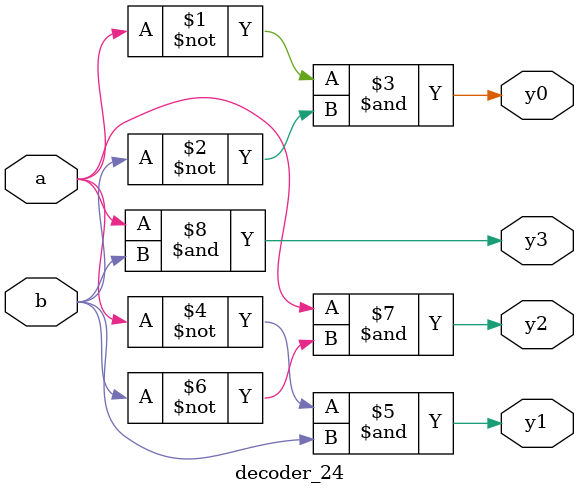
<source format=v>
`timescale 1ns / 1ps


module decoder_24(
    input a,b,
    output y0,y1,y2,y3
    );
assign y0 = ~a&~b;
assign y1 = ~a&b;
assign y2 = a&~b;
assign y3 = a&b;
endmodule

</source>
